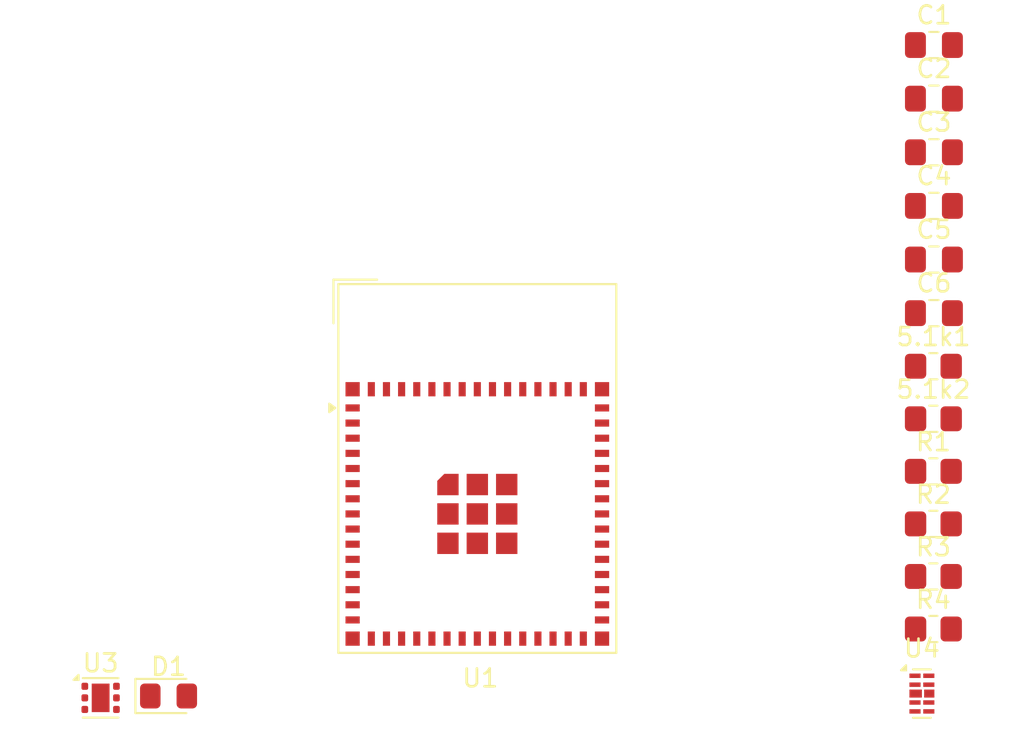
<source format=kicad_pcb>
(kicad_pcb (version 20240108) (generator "pcbnew") (generator_version "8.0")
  (layers (0 "F.Cu" signal) (31 "B.Cu" signal) (34 "B.Paste" user) (35 "F.Paste" user) (36 "B.SilkS" user "B.Silkscreen") (37 "F.SilkS" user "F.Silkscreen") (38 "B.Mask" user) (39 "F.Mask" user) (44 "Edge.Cuts" user))
  (net 0 "")
  (net 1 "Net-(J1-CC1)")
  (net 2 "GND")
  (net 3 "Net-(J1-CC2)")
  (net 4 "/3V3")
  (net 5 "Net-(U1-EN)")
  (net 6 "/GPIO0")
  (net 7 "/5VUSB")
  (net 8 "Net-(D1-A)")
  (net 9 "Net-(U3-FB)")
  (net 29 "/USB_N")
  (net 39 "/USB_P")
  (footprint "RF_Module:ESP32-S2-MINI-1" (layer "F.Cu") (at 188.3325 76.23)
    (property "Reference" "U1" (at 0.1675 11.77 0) (layer "F.SilkS"))
    (property "Value" "ESP32-S3-MINI-1" (hide yes))
    (fp_line (start -8.075 -10.6) (end -8.075 -8.15) (stroke (width 0.12)) (layer "F.SilkS"))
    (fp_line (start -8.075 -10.6) (end -5.625 -10.6) (stroke (width 0.12)) (layer "F.SilkS"))
    (fp_line (start -7.8 -10.35) (end 7.8 -10.35) (stroke (width 0.12)) (layer "F.SilkS"))
    (fp_line (start -7.8 10.35) (end -7.8 -10.35) (stroke (width 0.12)) (layer "F.SilkS"))
    (fp_line (start 7.8 -10.35) (end 7.8 10.35) (stroke (width 0.12)) (layer "F.SilkS"))
    (fp_line (start 7.8 10.35) (end -7.8 10.35) (stroke (width 0.12)) (layer "F.SilkS"))
    (fp_poly (pts (xy -7.975 -3.4) (xy -8.311 -3.16) (xy -8.311 -3.64) (xy -7.975 -3.4)) (stroke (width 0.12)) (fill solid) (layer "F.SilkS"))
    (pad "1" smd rect (at -7 -3.4) (size 0.8 0.4) (layers "F.Cu" "F.Paste" "F.Mask") (net 2 "GND"))
    (pad "2" smd rect (at -7 -2.55) (size 0.8 0.4) (layers "F.Cu" "F.Paste" "F.Mask") (net 2 "GND"))
    (pad "3" smd rect (at -7 -1.7) (size 0.8 0.4) (layers "F.Cu" "F.Paste" "F.Mask") (net 4 "/3V3"))
    (pad "4" smd rect (at -7 -0.85) (size 0.8 0.4) (layers "F.Cu" "F.Paste" "F.Mask") (net 6 "/GPIO0"))
    (pad "5" smd rect (at -7 0) (size 0.8 0.4) (layers "F.Cu" "F.Paste" "F.Mask"))
    (pad "6" smd rect (at -7 0.85) (size 0.8 0.4) (layers "F.Cu" "F.Paste" "F.Mask"))
    (pad "7" smd rect (at -7 1.7) (size 0.8 0.4) (layers "F.Cu" "F.Paste" "F.Mask"))
    (pad "8" smd rect (at -7 2.55) (size 0.8 0.4) (layers "F.Cu" "F.Paste" "F.Mask"))
    (pad "9" smd rect (at -7 3.4) (size 0.8 0.4) (layers "F.Cu" "F.Paste" "F.Mask"))
    (pad "10" smd rect (at -7 4.25) (size 0.8 0.4) (layers "F.Cu" "F.Paste" "F.Mask"))
    (pad "11" smd rect (at -7 5.1) (size 0.8 0.4) (layers "F.Cu" "F.Paste" "F.Mask"))
    (pad "12" smd rect (at -7 5.95) (size 0.8 0.4) (layers "F.Cu" "F.Paste" "F.Mask"))
    (pad "13" smd rect (at -7 6.8) (size 0.8 0.4) (layers "F.Cu" "F.Paste" "F.Mask"))
    (pad "14" smd rect (at -7 7.65) (size 0.8 0.4) (layers "F.Cu" "F.Paste" "F.Mask"))
    (pad "15" smd rect (at -7 8.5) (size 0.8 0.4) (layers "F.Cu" "F.Paste" "F.Mask"))
    (pad "16" smd rect (at -5.95 9.55 90) (size 0.8 0.4) (layers "F.Cu" "F.Paste" "F.Mask"))
    (pad "17" smd rect (at -5.1 9.55 90) (size 0.8 0.4) (layers "F.Cu" "F.Paste" "F.Mask"))
    (pad "18" smd rect (at -4.25 9.55 90) (size 0.8 0.4) (layers "F.Cu" "F.Paste" "F.Mask"))
    (pad "19" smd rect (at -3.4 9.55 90) (size 0.8 0.4) (layers "F.Cu" "F.Paste" "F.Mask"))
    (pad "20" smd rect (at -2.55 9.55 90) (size 0.8 0.4) (layers "F.Cu" "F.Paste" "F.Mask"))
    (pad "21" smd rect (at -1.7 9.55 90) (size 0.8 0.4) (layers "F.Cu" "F.Paste" "F.Mask"))
    (pad "22" smd rect (at -0.85 9.55 90) (size 0.8 0.4) (layers "F.Cu" "F.Paste" "F.Mask"))
    (pad "23" smd rect (at 0 9.55 90) (size 0.8 0.4) (layers "F.Cu" "F.Paste" "F.Mask") (net 29 "/USB_N"))
    (pad "24" smd rect (at 0.85 9.55 90) (size 0.8 0.4) (layers "F.Cu" "F.Paste" "F.Mask") (net 39 "/USB_P"))
    (pad "25" smd rect (at 1.7 9.55 90) (size 0.8 0.4) (layers "F.Cu" "F.Paste" "F.Mask"))
    (pad "26" smd rect (at 2.55 9.55 90) (size 0.8 0.4) (layers "F.Cu" "F.Paste" "F.Mask"))
    (pad "27" smd rect (at 3.4 9.55 90) (size 0.8 0.4) (layers "F.Cu" "F.Paste" "F.Mask"))
    (pad "28" smd rect (at 4.25 9.55 90) (size 0.8 0.4) (layers "F.Cu" "F.Paste" "F.Mask"))
    (pad "29" smd rect (at 5.1 9.55 90) (size 0.8 0.4) (layers "F.Cu" "F.Paste" "F.Mask"))
    (pad "30" smd rect (at 5.95 9.55 90) (size 0.8 0.4) (layers "F.Cu" "F.Paste" "F.Mask"))
    (pad "31" smd rect (at 7 8.5) (size 0.8 0.4) (layers "F.Cu" "F.Paste" "F.Mask"))
    (pad "32" smd rect (at 7 7.65) (size 0.8 0.4) (layers "F.Cu" "F.Paste" "F.Mask"))
    (pad "33" smd rect (at 7 6.8) (size 0.8 0.4) (layers "F.Cu" "F.Paste" "F.Mask"))
    (pad "34" smd rect (at 7 5.95) (size 0.8 0.4) (layers "F.Cu" "F.Paste" "F.Mask"))
    (pad "35" smd rect (at 7 5.1) (size 0.8 0.4) (layers "F.Cu" "F.Paste" "F.Mask"))
    (pad "36" smd rect (at 7 4.25) (size 0.8 0.4) (layers "F.Cu" "F.Paste" "F.Mask"))
    (pad "37" smd rect (at 7 3.4) (size 0.8 0.4) (layers "F.Cu" "F.Paste" "F.Mask"))
    (pad "38" smd rect (at 7 2.55) (size 0.8 0.4) (layers "F.Cu" "F.Paste" "F.Mask"))
    (pad "39" smd rect (at 7 1.7) (size 0.8 0.4) (layers "F.Cu" "F.Paste" "F.Mask"))
    (pad "40" smd rect (at 7 0.85) (size 0.8 0.4) (layers "F.Cu" "F.Paste" "F.Mask"))
    (pad "41" smd rect (at 7 0) (size 0.8 0.4) (layers "F.Cu" "F.Paste" "F.Mask"))
    (pad "42" smd rect (at 7 -0.85) (size 0.8 0.4) (layers "F.Cu" "F.Paste" "F.Mask") (net 2 "GND"))
    (pad "43" smd rect (at 7 -1.7) (size 0.8 0.4) (layers "F.Cu" "F.Paste" "F.Mask") (net 2 "GND"))
    (pad "44" smd rect (at 7 -2.55) (size 0.8 0.4) (layers "F.Cu" "F.Paste" "F.Mask"))
    (pad "45" smd rect (at 7 -3.4) (size 0.8 0.4) (layers "F.Cu" "F.Paste" "F.Mask") (net 5 "Net-(U1-EN)"))
    (pad "46" smd rect (at 5.95 -4.45 90) (size 0.8 0.4) (layers "F.Cu" "F.Paste" "F.Mask") (net 2 "GND"))
    (pad "47" smd rect (at 5.1 -4.45 90) (size 0.8 0.4) (layers "F.Cu" "F.Paste" "F.Mask") (net 2 "GND"))
    (pad "48" smd rect (at 4.25 -4.45 90) (size 0.8 0.4) (layers "F.Cu" "F.Paste" "F.Mask") (net 2 "GND"))
    (pad "49" smd rect (at 3.4 -4.45 90) (size 0.8 0.4) (layers "F.Cu" "F.Paste" "F.Mask") (net 2 "GND"))
    (pad "50" smd rect (at 2.55 -4.45 90) (size 0.8 0.4) (layers "F.Cu" "F.Paste" "F.Mask") (net 2 "GND"))
    (pad "51" smd rect (at 1.7 -4.45 90) (size 0.8 0.4) (layers "F.Cu" "F.Paste" "F.Mask") (net 2 "GND"))
    (pad "52" smd rect (at 0.85 -4.45 90) (size 0.8 0.4) (layers "F.Cu" "F.Paste" "F.Mask") (net 2 "GND"))
    (pad "53" smd rect (at 0 -4.45 90) (size 0.8 0.4) (layers "F.Cu" "F.Paste" "F.Mask") (net 2 "GND"))
    (pad "54" smd rect (at -0.85 -4.45 90) (size 0.8 0.4) (layers "F.Cu" "F.Paste" "F.Mask") (net 2 "GND"))
    (pad "55" smd rect (at -1.7 -4.45 90) (size 0.8 0.4) (layers "F.Cu" "F.Paste" "F.Mask") (net 2 "GND"))
    (pad "56" smd rect (at -2.55 -4.45 90) (size 0.8 0.4) (layers "F.Cu" "F.Paste" "F.Mask") (net 2 "GND"))
    (pad "57" smd rect (at -3.4 -4.45 90) (size 0.8 0.4) (layers "F.Cu" "F.Paste" "F.Mask") (net 2 "GND"))
    (pad "58" smd rect (at -4.25 -4.45 90) (size 0.8 0.4) (layers "F.Cu" "F.Paste" "F.Mask") (net 2 "GND"))
    (pad "59" smd rect (at -5.1 -4.45 90) (size 0.8 0.4) (layers "F.Cu" "F.Paste" "F.Mask") (net 2 "GND"))
    (pad "60" smd rect (at -5.95 -4.45 90) (size 0.8 0.4) (layers "F.Cu" "F.Paste" "F.Mask") (net 2 "GND"))
    (pad "61" smd roundrect (at -1.65 0.9) (size 1.2 1.2) (layers "F.Cu" "F.Paste" "F.Mask") (roundrect_rratio 0) (chamfer_ratio 0.33) (chamfer top_left) (net 2 "GND"))
    (pad "61" smd rect (at -1.65 2.55) (size 1.2 1.2) (layers "F.Cu" "F.Paste" "F.Mask") (net 2 "GND"))
    (pad "61" smd rect (at -1.65 4.2) (size 1.2 1.2) (layers "F.Cu" "F.Paste" "F.Mask") (net 2 "GND"))
    (pad "61" smd rect (at 0 0.9) (size 1.2 1.2) (layers "F.Cu" "F.Paste" "F.Mask") (net 2 "GND"))
    (pad "61" smd rect (at 0 2.55) (size 1.2 1.2) (layers "F.Cu" "F.Paste" "F.Mask") (net 2 "GND"))
    (pad "61" smd rect (at 0 4.2) (size 1.2 1.2) (layers "F.Cu" "F.Paste" "F.Mask") (net 2 "GND"))
    (pad "61" smd rect (at 1.65 0.9) (size 1.2 1.2) (layers "F.Cu" "F.Paste" "F.Mask") (net 2 "GND"))
    (pad "61" smd rect (at 1.65 2.55) (size 1.2 1.2) (layers "F.Cu" "F.Paste" "F.Mask") (net 2 "GND"))
    (pad "61" smd rect (at 1.65 4.2) (size 1.2 1.2) (layers "F.Cu" "F.Paste" "F.Mask") (net 2 "GND"))
    (pad "62" smd rect (at -7 -4.45) (size 0.8 0.8) (layers "F.Cu" "F.Paste" "F.Mask") (net 2 "GND"))
    (pad "63" smd rect (at -7 9.55) (size 0.8 0.8) (layers "F.Cu" "F.Paste" "F.Mask") (net 2 "GND"))
    (pad "64" smd rect (at 7 9.55) (size 0.8 0.8) (layers "F.Cu" "F.Paste" "F.Mask") (net 2 "GND"))
    (pad "65" smd rect (at 7 -4.45) (size 0.8 0.8) (layers "F.Cu" "F.Paste" "F.Mask") (net 2 "GND"))
  )
  (footprint "Capacitor_SMD:C_0805_2012Metric_Pad1.18x1.45mm_HandSolder" (layer "F.Cu") (at 213.9625 64.5)
    (property "Reference" "C5" (at 0 -1.68 0) (layer "F.SilkS"))
    (property "Value" "10uF")
    (fp_line (start -0.261252 -0.735) (end 0.261252 -0.735) (stroke (width 0.12)) (layer "F.SilkS"))
    (fp_line (start -0.261252 0.735) (end 0.261252 0.735) (stroke (width 0.12)) (layer "F.SilkS"))
    (pad "1" smd roundrect (at -1.0375 0) (size 1.175 1.45) (layers "F.Cu" "F.Paste" "F.Mask") (roundrect_rratio 0.212766) (net 7 "/5VUSB"))
    (pad "2" smd roundrect (at 1.0375 0) (size 1.175 1.45) (layers "F.Cu" "F.Paste" "F.Mask") (roundrect_rratio 0.212766) (net 2 "GND"))
  )
  (footprint "Resistor_SMD:R_0805_2012Metric_Pad1.20x1.40mm_HandSolder" (layer "F.Cu") (at 213.9325 85.24)
    (property "Reference" "R4" (at 0 -1.65 0) (layer "F.SilkS"))
    (property "Value" "5.1k")
    (fp_line (start -0.227064 -0.735) (end 0.227064 -0.735) (stroke (width 0.12)) (layer "F.SilkS"))
    (fp_line (start -0.227064 0.735) (end 0.227064 0.735) (stroke (width 0.12)) (layer "F.SilkS"))
    (pad "1" smd roundrect (at -1 0) (size 1.2 1.4) (layers "F.Cu" "F.Paste" "F.Mask") (roundrect_rratio 0.208333) (net 4 "/3V3"))
    (pad "2" smd roundrect (at 1 0) (size 1.2 1.4) (layers "F.Cu" "F.Paste" "F.Mask") (roundrect_rratio 0.208333) (net 8 "Net-(D1-A)"))
  )
  (footprint "Capacitor_SMD:C_0805_2012Metric_Pad1.18x1.45mm_HandSolder" (layer "F.Cu") (at 213.9625 61.49)
    (property "Reference" "C4" (at 0 -1.68 0) (layer "F.SilkS"))
    (property "Value" "0.1uF")
    (fp_line (start -0.261252 -0.735) (end 0.261252 -0.735) (stroke (width 0.12)) (layer "F.SilkS"))
    (fp_line (start -0.261252 0.735) (end 0.261252 0.735) (stroke (width 0.12)) (layer "F.SilkS"))
    (pad "1" smd roundrect (at -1.0375 0) (size 1.175 1.45) (layers "F.Cu" "F.Paste" "F.Mask") (roundrect_rratio 0.212766) (net 6 "/GPIO0"))
    (pad "2" smd roundrect (at 1.0375 0) (size 1.175 1.45) (layers "F.Cu" "F.Paste" "F.Mask") (roundrect_rratio 0.212766) (net 2 "GND"))
  )
  (footprint "Diode_SMD:D_0805_2012Metric_Pad1.15x1.40mm_HandSolder" (layer "F.Cu") (at 171 89)
    (property "Reference" "D1" (at 0 -1.65 0) (layer "F.SilkS"))
    (property "Value" "LED")
    (fp_line (start -1.86 -0.96) (end -1.86 0.96) (stroke (width 0.12)) (layer "F.SilkS"))
    (fp_line (start -1.86 0.96) (end 1 0.96) (stroke (width 0.12)) (layer "F.SilkS"))
    (fp_line (start 1 -0.96) (end -1.86 -0.96) (stroke (width 0.12)) (layer "F.SilkS"))
    (pad "1" smd roundrect (at -1.025 0) (size 1.15 1.4) (layers "F.Cu" "F.Paste" "F.Mask") (roundrect_rratio 0.217391) (net 2 "GND"))
    (pad "2" smd roundrect (at 1.025 0) (size 1.15 1.4) (layers "F.Cu" "F.Paste" "F.Mask") (roundrect_rratio 0.217391) (net 8 "Net-(D1-A)"))
  )
  (footprint "Resistor_SMD:R_0805_2012Metric_Pad1.20x1.40mm_HandSolder" (layer "F.Cu") (at 213.9325 70.49)
    (property "Reference" "5.1k1" (at 0 -1.65 0) (layer "F.SilkS"))
    (property "Value" "R")
    (fp_line (start -0.227064 -0.735) (end 0.227064 -0.735) (stroke (width 0.12)) (layer "F.SilkS"))
    (fp_line (start -0.227064 0.735) (end 0.227064 0.735) (stroke (width 0.12)) (layer "F.SilkS"))
    (pad "1" smd roundrect (at -1 0) (size 1.2 1.4) (layers "F.Cu" "F.Paste" "F.Mask") (roundrect_rratio 0.208333) (net 1 "Net-(J1-CC1)"))
    (pad "2" smd roundrect (at 1 0) (size 1.2 1.4) (layers "F.Cu" "F.Paste" "F.Mask") (roundrect_rratio 0.208333) (net 2 "GND"))
  )
  (footprint "Capacitor_SMD:C_0805_2012Metric_Pad1.18x1.45mm_HandSolder" (layer "F.Cu") (at 213.9625 52.46)
    (property "Reference" "C1" (at 0 -1.68 0) (layer "F.SilkS"))
    (property "Value" "0.1uF")
    (fp_line (start -0.261252 -0.735) (end 0.261252 -0.735) (stroke (width 0.12)) (layer "F.SilkS"))
    (fp_line (start -0.261252 0.735) (end 0.261252 0.735) (stroke (width 0.12)) (layer "F.SilkS"))
    (pad "1" smd roundrect (at -1.0375 0) (size 1.175 1.45) (layers "F.Cu" "F.Paste" "F.Mask") (roundrect_rratio 0.212766) (net 4 "/3V3"))
    (pad "2" smd roundrect (at 1.0375 0) (size 1.175 1.45) (layers "F.Cu" "F.Paste" "F.Mask") (roundrect_rratio 0.212766) (net 2 "GND"))
  )
  (footprint "Capacitor_SMD:C_0805_2012Metric_Pad1.18x1.45mm_HandSolder" (layer "F.Cu") (at 213.9625 67.51)
    (property "Reference" "C6" (at 0 -1.68 0) (layer "F.SilkS"))
    (property "Value" "10uF")
    (fp_line (start -0.261252 -0.735) (end 0.261252 -0.735) (stroke (width 0.12)) (layer "F.SilkS"))
    (fp_line (start -0.261252 0.735) (end 0.261252 0.735) (stroke (width 0.12)) (layer "F.SilkS"))
    (pad "1" smd roundrect (at -1.0375 0) (size 1.175 1.45) (layers "F.Cu" "F.Paste" "F.Mask") (roundrect_rratio 0.212766) (net 4 "/3V3"))
    (pad "2" smd roundrect (at 1.0375 0) (size 1.175 1.45) (layers "F.Cu" "F.Paste" "F.Mask") (roundrect_rratio 0.212766) (net 2 "GND"))
  )
  (footprint "Capacitor_SMD:C_0805_2012Metric_Pad1.18x1.45mm_HandSolder" (layer "F.Cu") (at 213.9625 55.47)
    (property "Reference" "C2" (at 0 -1.68 0) (layer "F.SilkS"))
    (property "Value" "10uF")
    (fp_line (start -0.261252 -0.735) (end 0.261252 -0.735) (stroke (width 0.12)) (layer "F.SilkS"))
    (fp_line (start -0.261252 0.735) (end 0.261252 0.735) (stroke (width 0.12)) (layer "F.SilkS"))
    (pad "1" smd roundrect (at -1.0375 0) (size 1.175 1.45) (layers "F.Cu" "F.Paste" "F.Mask") (roundrect_rratio 0.212766) (net 4 "/3V3"))
    (pad "2" smd roundrect (at 1.0375 0) (size 1.175 1.45) (layers "F.Cu" "F.Paste" "F.Mask") (roundrect_rratio 0.212766) (net 2 "GND"))
  )
  (footprint "Resistor_SMD:R_0805_2012Metric_Pad1.20x1.40mm_HandSolder" (layer "F.Cu") (at 213.9325 73.44)
    (property "Reference" "5.1k2" (at 0 -1.65 0) (layer "F.SilkS"))
    (property "Value" "R")
    (fp_line (start -0.227064 -0.735) (end 0.227064 -0.735) (stroke (width 0.12)) (layer "F.SilkS"))
    (fp_line (start -0.227064 0.735) (end 0.227064 0.735) (stroke (width 0.12)) (layer "F.SilkS"))
    (pad "1" smd roundrect (at -1 0) (size 1.2 1.4) (layers "F.Cu" "F.Paste" "F.Mask") (roundrect_rratio 0.208333) (net 3 "Net-(J1-CC2)"))
    (pad "2" smd roundrect (at 1 0) (size 1.2 1.4) (layers "F.Cu" "F.Paste" "F.Mask") (roundrect_rratio 0.208333) (net 2 "GND"))
  )
  (footprint "Resistor_SMD:R_0805_2012Metric_Pad1.20x1.40mm_HandSolder" (layer "F.Cu") (at 213.9325 82.29)
    (property "Reference" "R3" (at 0 -1.65 0) (layer "F.SilkS"))
    (property "Value" "200k")
    (fp_line (start -0.227064 -0.735) (end 0.227064 -0.735) (stroke (width 0.12)) (layer "F.SilkS"))
    (fp_line (start -0.227064 0.735) (end 0.227064 0.735) (stroke (width 0.12)) (layer "F.SilkS"))
    (pad "1" smd roundrect (at -1 0) (size 1.2 1.4) (layers "F.Cu" "F.Paste" "F.Mask") (roundrect_rratio 0.208333) (net 9 "Net-(U3-FB)"))
    (pad "2" smd roundrect (at 1 0) (size 1.2 1.4) (layers "F.Cu" "F.Paste" "F.Mask") (roundrect_rratio 0.208333) (net 2 "GND"))
  )
  (footprint "Package_DFN_QFN:Diodes_UDFN-10_1.0x2.5mm_P0.5mm" (layer "F.Cu") (at 213.2875 88.865)
    (property "Reference" "U4" (at 0 -2.54 0) (layer "F.SilkS"))
    (property "Value" "D3V3XA4B10LP")
    (fp_line (start 0.5 -1.36) (end -0.5 -1.36) (stroke (width 0.12)) (layer "F.SilkS"))
    (fp_line (start 0.5 1.36) (end -0.5 1.36) (stroke (width 0.12)) (layer "F.SilkS"))
    (fp_poly (pts (xy -0.89 -1.31) (xy -1.17 -1.31) (xy -0.89 -1.59) (xy -0.89 -1.31)) (stroke (width 0.12)) (fill solid) (layer "F.SilkS"))
    (pad "1" smd rect (at -0.3875 -1 270) (size 0.25 0.625) (layers "F.Cu" "F.Paste" "F.Mask") (net 29 "/USB_N"))
    (pad "2" smd rect (at -0.3875 -0.5 270) (size 0.25 0.625) (layers "F.Cu" "F.Paste" "F.Mask") (net 39 "/USB_P"))
    (pad "3" smd rect (at -0.35 0 270) (size 0.45 0.7) (layers "F.Cu" "F.Paste" "F.Mask") (net 2 "GND"))
    (pad "4" smd rect (at -0.3875 0.5 270) (size 0.25 0.625) (layers "F.Cu" "F.Paste" "F.Mask") (net 7 "/5VUSB"))
    (pad "5" smd rect (at -0.3875 1 270) (size 0.25 0.625) (layers "F.Cu" "F.Paste" "F.Mask"))
    (pad "6" smd rect (at 0.3875 1 270) (size 0.25 0.625) (layers "F.Cu" "F.Paste" "F.Mask"))
    (pad "7" smd rect (at 0.3875 0.5 270) (size 0.25 0.625) (layers "F.Cu" "F.Paste" "F.Mask") (net 7 "/5VUSB"))
    (pad "8" smd rect (at 0.4125 0 270) (size 0.45 0.575) (layers "F.Cu" "F.Paste" "F.Mask") (net 2 "GND"))
    (pad "9" smd rect (at 0.3875 -0.5 270) (size 0.25 0.625) (layers "F.Cu" "F.Paste" "F.Mask") (net 39 "/USB_P"))
    (pad "10" smd rect (at 0.3875 -1 270) (size 0.25 0.625) (layers "F.Cu" "F.Paste" "F.Mask") (net 29 "/USB_N"))
  )
  (footprint "Resistor_SMD:R_0805_2012Metric_Pad1.20x1.40mm_HandSolder" (layer "F.Cu") (at 213.9325 79.34)
    (property "Reference" "R2" (at 0 -1.65 0) (layer "F.SilkS"))
    (property "Value" "1M")
    (fp_line (start -0.227064 -0.735) (end 0.227064 -0.735) (stroke (width 0.12)) (layer "F.SilkS"))
    (fp_line (start -0.227064 0.735) (end 0.227064 0.735) (stroke (width 0.12)) (layer "F.SilkS"))
    (pad "1" smd roundrect (at -1 0) (size 1.2 1.4) (layers "F.Cu" "F.Paste" "F.Mask") (roundrect_rratio 0.208333) (net 4 "/3V3"))
    (pad "2" smd roundrect (at 1 0) (size 1.2 1.4) (layers "F.Cu" "F.Paste" "F.Mask") (roundrect_rratio 0.208333) (net 9 "Net-(U3-FB)"))
  )
  (footprint "Package_SON:WSON-6-1EP_2x2mm_P0.65mm_EP1x1.6mm" (layer "F.Cu") (at 167.1875 89.105)
    (property "Reference" "U3" (at 0 -1.95 0) (layer "F.SilkS"))
    (property "Value" "TLV75801PDRV")
    (fp_line (start -1 -1.11) (end 1 -1.11) (stroke (width 0.12)) (layer "F.SilkS"))
    (fp_line (start -1 1.11) (end 1 1.11) (stroke (width 0.12)) (layer "F.SilkS"))
    (fp_poly (pts (xy -1.24 -1.01) (xy -1.52 -1.01) (xy -1.24 -1.29) (xy -1.24 -1.01)) (stroke (width 0.12)) (fill solid) (layer "F.SilkS"))
    (pad "1" smd roundrect (at -0.8875 -0.65) (size 0.375 0.4) (layers "F.Cu" "F.Paste" "F.Mask") (net 4 "/3V3"))
    (pad "2" smd roundrect (at -0.8875 0) (size 0.375 0.4) (layers "F.Cu" "F.Paste" "F.Mask") (net 9 "Net-(U3-FB)"))
    (pad "3" smd roundrect (at -0.8875 0.65) (size 0.375 0.4) (layers "F.Cu" "F.Paste" "F.Mask") (net 2 "GND"))
    (pad "4" smd roundrect (at 0.8875 0.65) (size 0.375 0.4) (layers "F.Cu" "F.Paste" "F.Mask") (net 7 "/5VUSB"))
    (pad "5" smd roundrect (at 0.8875 0) (size 0.375 0.4) (layers "F.Cu" "F.Paste" "F.Mask"))
    (pad "6" smd roundrect (at 0.8875 -0.65) (size 0.375 0.4) (layers "F.Cu" "F.Paste" "F.Mask") (net 7 "/5VUSB"))
    (pad "7" smd rect (at 0 0) (size 1 1.6) (property pad_prop_heatsink) (layers "F.Cu" "F.Mask") (net 2 "GND"))
  )
  (footprint "Resistor_SMD:R_0805_2012Metric_Pad1.20x1.40mm_HandSolder" (layer "F.Cu") (at 213.9325 76.39)
    (property "Reference" "R1" (at 0 -1.65 0) (layer "F.SilkS"))
    (property "Value" "10k")
    (fp_line (start -0.227064 -0.735) (end 0.227064 -0.735) (stroke (width 0.12)) (layer "F.SilkS"))
    (fp_line (start -0.227064 0.735) (end 0.227064 0.735) (stroke (width 0.12)) (layer "F.SilkS"))
    (pad "1" smd roundrect (at -1 0) (size 1.2 1.4) (layers "F.Cu" "F.Paste" "F.Mask") (roundrect_rratio 0.208333) (net 4 "/3V3"))
    (pad "2" smd roundrect (at 1 0) (size 1.2 1.4) (layers "F.Cu" "F.Paste" "F.Mask") (roundrect_rratio 0.208333) (net 5 "Net-(U1-EN)"))
  )
  (footprint "Capacitor_SMD:C_0805_2012Metric_Pad1.18x1.45mm_HandSolder" (layer "F.Cu") (at 213.9625 58.48)
    (property "Reference" "C3" (at 0 -1.68 0) (layer "F.SilkS"))
    (property "Value" "0.1uF")
    (fp_line (start -0.261252 -0.735) (end 0.261252 -0.735) (stroke (width 0.12)) (layer "F.SilkS"))
    (fp_line (start -0.261252 0.735) (end 0.261252 0.735) (stroke (width 0.12)) (layer "F.SilkS"))
    (pad "1" smd roundrect (at -1.0375 0) (size 1.175 1.45) (layers "F.Cu" "F.Paste" "F.Mask") (roundrect_rratio 0.212766) (net 5 "Net-(U1-EN)"))
    (pad "2" smd roundrect (at 1.0375 0) (size 1.175 1.45) (layers "F.Cu" "F.Paste" "F.Mask") (roundrect_rratio 0.212766) (net 2 "GND"))
  )
)
</source>
